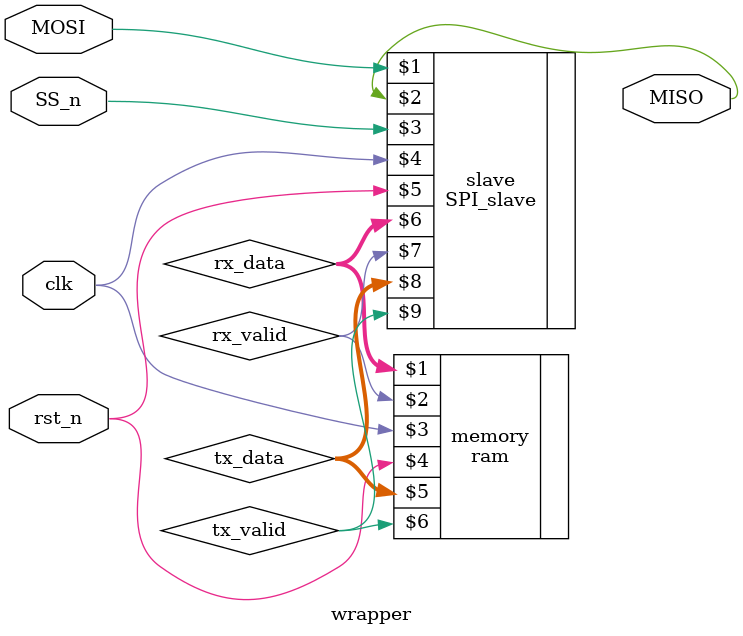
<source format=v>
module wrapper (MOSI,MISO,SS_n,clk,rst_n);
input MOSI,SS_n,clk,rst_n;
output MISO;
wire [9:0] rx_data;
wire rx_valid,tx_valid;
wire [7:0] tx_data;
SPI_slave slave (MOSI,MISO,SS_n,clk,rst_n,rx_data,rx_valid,tx_data,tx_valid);
ram memory (rx_data,rx_valid,clk,rst_n,tx_data,tx_valid);    
endmodule
</source>
